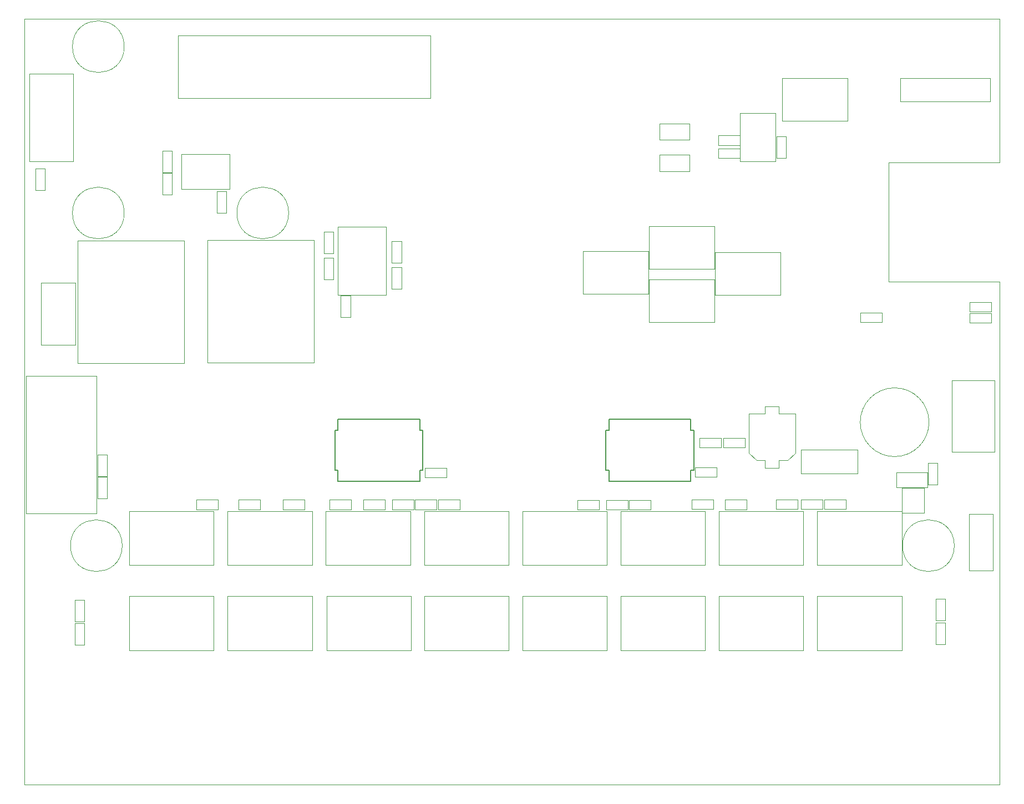
<source format=gbr>
G04 #@! TF.GenerationSoftware,KiCad,Pcbnew,(6.0.6)*
G04 #@! TF.CreationDate,2022-07-22T14:40:10-04:00*
G04 #@! TF.ProjectId,BBB_16,4242425f-3136-42e6-9b69-6361645f7063,v2*
G04 #@! TF.SameCoordinates,Original*
G04 #@! TF.FileFunction,Other,User*
%FSLAX46Y46*%
G04 Gerber Fmt 4.6, Leading zero omitted, Abs format (unit mm)*
G04 Created by KiCad (PCBNEW (6.0.6)) date 2022-07-22 14:40:10*
%MOMM*%
%LPD*%
G01*
G04 APERTURE LIST*
G04 #@! TA.AperFunction,Profile*
%ADD10C,0.050000*%
G04 #@! TD*
%ADD11C,0.050000*%
%ADD12C,0.152400*%
G04 APERTURE END LIST*
D10*
X218967000Y-153599800D02*
X218967000Y-76799800D01*
X70167000Y-36699800D02*
X70167000Y-153615800D01*
X218967000Y-36699800D02*
X70167000Y-36699800D01*
X218967000Y-58599800D02*
X218967000Y-36699800D01*
X202067000Y-58599800D02*
X202067000Y-76799800D01*
X202067000Y-76799800D02*
X218967000Y-76799800D01*
X218967000Y-153599800D02*
X70167000Y-153615800D01*
X218967000Y-58599800D02*
X202067000Y-58599800D01*
D11*
X131242000Y-105219800D02*
X134542000Y-105219800D01*
X134542000Y-106679800D02*
X131242000Y-106679800D01*
X134542000Y-105219800D02*
X134542000Y-106679800D01*
X131242000Y-106679800D02*
X131242000Y-105219800D01*
X99050000Y-124850000D02*
X86150000Y-124850000D01*
X99050000Y-133100000D02*
X99050000Y-124850000D01*
X86150000Y-133100000D02*
X99050000Y-133100000D01*
X86150000Y-124850000D02*
X86150000Y-133100000D01*
X116150000Y-111850000D02*
X116150000Y-120100000D01*
X129050000Y-111850000D02*
X116150000Y-111850000D01*
X116150000Y-120100000D02*
X129050000Y-120100000D01*
X129050000Y-120100000D02*
X129050000Y-111850000D01*
X129164342Y-133100000D02*
X129164342Y-124850000D01*
X116264342Y-133100000D02*
X129164342Y-133100000D01*
X116264342Y-124850000D02*
X116264342Y-133100000D01*
X129164342Y-124850000D02*
X116264342Y-124850000D01*
X131150000Y-111850000D02*
X131150000Y-120100000D01*
X144050000Y-120100000D02*
X144050000Y-111850000D01*
X144050000Y-111850000D02*
X131150000Y-111850000D01*
X131150000Y-120100000D02*
X144050000Y-120100000D01*
X131150000Y-133100000D02*
X144050000Y-133100000D01*
X144050000Y-124850000D02*
X131150000Y-124850000D01*
X144050000Y-133100000D02*
X144050000Y-124850000D01*
X131150000Y-124850000D02*
X131150000Y-133100000D01*
X159050000Y-111850000D02*
X146150000Y-111850000D01*
X159050000Y-120100000D02*
X159050000Y-111850000D01*
X146150000Y-120100000D02*
X159050000Y-120100000D01*
X146150000Y-111850000D02*
X146150000Y-120100000D01*
X159050000Y-133100000D02*
X159050000Y-124850000D01*
X146150000Y-133100000D02*
X159050000Y-133100000D01*
X146150000Y-124850000D02*
X146150000Y-133100000D01*
X159050000Y-124850000D02*
X146150000Y-124850000D01*
X174050000Y-111850000D02*
X161150000Y-111850000D01*
X161150000Y-120100000D02*
X174050000Y-120100000D01*
X174050000Y-120100000D02*
X174050000Y-111850000D01*
X161150000Y-111850000D02*
X161150000Y-120100000D01*
X161150000Y-124850000D02*
X161150000Y-133100000D01*
X161150000Y-133100000D02*
X174050000Y-133100000D01*
X174050000Y-133100000D02*
X174050000Y-124850000D01*
X174050000Y-124850000D02*
X161150000Y-124850000D01*
X189050000Y-120100000D02*
X189050000Y-111850000D01*
X176150000Y-111850000D02*
X176150000Y-120100000D01*
X189050000Y-111850000D02*
X176150000Y-111850000D01*
X176150000Y-120100000D02*
X189050000Y-120100000D01*
X189050000Y-133100000D02*
X189050000Y-124850000D01*
X176150000Y-124850000D02*
X176150000Y-133100000D01*
X176150000Y-133100000D02*
X189050000Y-133100000D01*
X189050000Y-124850000D02*
X176150000Y-124850000D01*
X204050000Y-120100000D02*
X204050000Y-111850000D01*
X191150000Y-111850000D02*
X191150000Y-120100000D01*
X191150000Y-120100000D02*
X204050000Y-120100000D01*
X204050000Y-111850000D02*
X191150000Y-111850000D01*
X191150000Y-124850000D02*
X191150000Y-133100000D01*
X204050000Y-124850000D02*
X191150000Y-124850000D01*
X191150000Y-133100000D02*
X204050000Y-133100000D01*
X204050000Y-133100000D02*
X204050000Y-124850000D01*
X172517000Y-106629800D02*
X172517000Y-105169800D01*
X172517000Y-105169800D02*
X175817000Y-105169800D01*
X175817000Y-106629800D02*
X172517000Y-106629800D01*
X175817000Y-105169800D02*
X175817000Y-106629800D01*
X99050000Y-120100000D02*
X99050000Y-111850000D01*
X86150000Y-120100000D02*
X99050000Y-120100000D01*
X99050000Y-111850000D02*
X86150000Y-111850000D01*
X86150000Y-111850000D02*
X86150000Y-120100000D01*
X101150000Y-111850000D02*
X101150000Y-120100000D01*
X114050000Y-111850000D02*
X101150000Y-111850000D01*
X114050000Y-120100000D02*
X114050000Y-111850000D01*
X101150000Y-120100000D02*
X114050000Y-120100000D01*
X101150000Y-124850000D02*
X101150000Y-133100000D01*
X101150000Y-133100000D02*
X114050000Y-133100000D01*
X114050000Y-124850000D02*
X101150000Y-124850000D01*
X114050000Y-133100000D02*
X114050000Y-124850000D01*
X203267000Y-105899800D02*
X203267000Y-108199800D01*
X207967000Y-108199800D02*
X203267000Y-108199800D01*
X203267000Y-105899800D02*
X207967000Y-105899800D01*
X207967000Y-105899800D02*
X207967000Y-108199800D01*
X91237000Y-60149800D02*
X91237000Y-56849800D01*
X92697000Y-56849800D02*
X92697000Y-60149800D01*
X91237000Y-56849800D02*
X92697000Y-56849800D01*
X92697000Y-60149800D02*
X91237000Y-60149800D01*
X92697000Y-60249800D02*
X92697000Y-63549800D01*
X91237000Y-63549800D02*
X91237000Y-60249800D01*
X92697000Y-63549800D02*
X91237000Y-63549800D01*
X91237000Y-60249800D02*
X92697000Y-60249800D01*
X217567000Y-49299800D02*
X217567000Y-45699800D01*
X217567000Y-45699800D02*
X203817000Y-45699800D01*
X203817000Y-49299800D02*
X217567000Y-49299800D01*
X203817000Y-45699800D02*
X203817000Y-49299800D01*
X85377600Y-66318600D02*
G75*
G03*
X85377600Y-66318600I-3950000J0D01*
G01*
X110477600Y-66318600D02*
G75*
G03*
X110477600Y-66318600I-3950000J0D01*
G01*
X77837000Y-125449800D02*
X79297000Y-125449800D01*
X77837000Y-128749800D02*
X77837000Y-125449800D01*
X79297000Y-125449800D02*
X79297000Y-128749800D01*
X79297000Y-128749800D02*
X77837000Y-128749800D01*
X209237000Y-125249800D02*
X210697000Y-125249800D01*
X210697000Y-128549800D02*
X209237000Y-128549800D01*
X209237000Y-128549800D02*
X209237000Y-125249800D01*
X210697000Y-125249800D02*
X210697000Y-128549800D01*
X85077600Y-117118600D02*
G75*
G03*
X85077600Y-117118600I-3950000J0D01*
G01*
X77837000Y-132249800D02*
X77837000Y-128949800D01*
X77837000Y-128949800D02*
X79297000Y-128949800D01*
X79297000Y-132249800D02*
X77837000Y-132249800D01*
X79297000Y-128949800D02*
X79297000Y-132249800D01*
X210697000Y-128849800D02*
X210697000Y-132149800D01*
X209237000Y-128849800D02*
X210697000Y-128849800D01*
X210697000Y-132149800D02*
X209237000Y-132149800D01*
X209237000Y-132149800D02*
X209237000Y-128849800D01*
X180117000Y-100669800D02*
X180117000Y-102129800D01*
X176817000Y-100669800D02*
X180117000Y-100669800D01*
X176817000Y-102129800D02*
X176817000Y-100669800D01*
X180117000Y-102129800D02*
X176817000Y-102129800D01*
X179327000Y-54489800D02*
X179327000Y-55949800D01*
X176027000Y-54489800D02*
X179327000Y-54489800D01*
X179327000Y-55949800D02*
X176027000Y-55949800D01*
X176027000Y-55949800D02*
X176027000Y-54489800D01*
X99487000Y-63024800D02*
X100947000Y-63024800D01*
X100947000Y-63024800D02*
X100947000Y-66324800D01*
X100947000Y-66324800D02*
X99487000Y-66324800D01*
X99487000Y-66324800D02*
X99487000Y-63024800D01*
X185767000Y-52249800D02*
X195767000Y-52249800D01*
X185767000Y-45749800D02*
X195767000Y-45749800D01*
X195767000Y-52249800D02*
X195767000Y-45749800D01*
X185767000Y-45749800D02*
X185767000Y-52249800D01*
D12*
X158911400Y-105597800D02*
X158911400Y-99501800D01*
X159368600Y-105597800D02*
X158911400Y-105597800D01*
X158911400Y-99501800D02*
X159368600Y-99501800D01*
X159368600Y-99501800D02*
X159368600Y-97838100D01*
X159368600Y-107261500D02*
X159368600Y-105597800D01*
X172322600Y-99501800D02*
X172322600Y-105597800D01*
X171865400Y-97838100D02*
X171865400Y-99501800D01*
X171865400Y-99501800D02*
X172322600Y-99501800D01*
X171865400Y-107261500D02*
X159368600Y-107261500D01*
X159368600Y-97838100D02*
X171865400Y-97838100D01*
X171865400Y-105597800D02*
X171865400Y-107261500D01*
X172322600Y-105597800D02*
X171865400Y-105597800D01*
D11*
X184947000Y-54632300D02*
X186407000Y-54632300D01*
X184947000Y-57932300D02*
X184947000Y-54632300D01*
X186407000Y-57932300D02*
X184947000Y-57932300D01*
X186407000Y-54632300D02*
X186407000Y-57932300D01*
X179327000Y-56469800D02*
X179327000Y-57929800D01*
X176027000Y-57929800D02*
X176027000Y-56469800D01*
X179327000Y-57929800D02*
X176027000Y-57929800D01*
X176027000Y-56469800D02*
X179327000Y-56469800D01*
X179407000Y-51029800D02*
X179407000Y-58429800D01*
X184807000Y-51029800D02*
X179407000Y-51029800D01*
X184807000Y-58429800D02*
X184807000Y-51029800D01*
X179407000Y-58429800D02*
X184807000Y-58429800D01*
D12*
X130515400Y-105597800D02*
X130515400Y-107261500D01*
X118018600Y-105597800D02*
X117561400Y-105597800D01*
X130515400Y-97838100D02*
X130515400Y-99501800D01*
X118018600Y-97838100D02*
X130515400Y-97838100D01*
X117561400Y-99501800D02*
X118018600Y-99501800D01*
X130515400Y-99501800D02*
X130972600Y-99501800D01*
X130972600Y-105597800D02*
X130515400Y-105597800D01*
X117561400Y-105597800D02*
X117561400Y-99501800D01*
X118018600Y-99501800D02*
X118018600Y-97838100D01*
X130972600Y-99501800D02*
X130972600Y-105597800D01*
X130515400Y-107261500D02*
X118018600Y-107261500D01*
X118018600Y-107261500D02*
X118018600Y-105597800D01*
D11*
X94067000Y-57299800D02*
X94067000Y-62699800D01*
X101467000Y-57299800D02*
X94067000Y-57299800D01*
X94067000Y-62699800D02*
X101467000Y-62699800D01*
X101467000Y-62699800D02*
X101467000Y-57299800D01*
X165467000Y-82949800D02*
X175467000Y-82949800D01*
X165467000Y-76449800D02*
X165467000Y-82949800D01*
X165467000Y-76449800D02*
X175467000Y-76449800D01*
X175467000Y-82949800D02*
X175467000Y-76449800D01*
X78249500Y-70529800D02*
X78249500Y-89269800D01*
X94559500Y-89269800D02*
X78249500Y-89269800D01*
X78249500Y-70529800D02*
X94559500Y-70529800D01*
X94559500Y-89269800D02*
X94559500Y-70529800D01*
X167067000Y-52649800D02*
X167067000Y-55149800D01*
X171667000Y-55149800D02*
X167067000Y-55149800D01*
X167067000Y-52649800D02*
X171667000Y-52649800D01*
X171667000Y-55149800D02*
X171667000Y-52649800D01*
X171667000Y-59949800D02*
X171667000Y-57449800D01*
X171667000Y-59949800D02*
X167067000Y-59949800D01*
X167067000Y-57449800D02*
X167067000Y-59949800D01*
X167067000Y-57449800D02*
X171667000Y-57449800D01*
X118437000Y-82249800D02*
X118437000Y-78949800D01*
X118437000Y-78949800D02*
X119897000Y-78949800D01*
X119897000Y-78949800D02*
X119897000Y-82249800D01*
X119897000Y-82249800D02*
X118437000Y-82249800D01*
X114359500Y-89169800D02*
X114359500Y-70429800D01*
X98049500Y-70429800D02*
X98049500Y-89169800D01*
X98049500Y-70429800D02*
X114359500Y-70429800D01*
X114359500Y-89169800D02*
X98049500Y-89169800D01*
X125367000Y-68399800D02*
X117967000Y-68399800D01*
X117967000Y-68399800D02*
X117967000Y-78799800D01*
X125367000Y-78799800D02*
X125367000Y-68399800D01*
X117967000Y-78799800D02*
X125367000Y-78799800D01*
X93577000Y-39249800D02*
X93577000Y-48799800D01*
X93577000Y-48799800D02*
X132157000Y-48799800D01*
X132157000Y-48799800D02*
X132157000Y-39249800D01*
X132157000Y-39249800D02*
X93577000Y-39249800D01*
X165467000Y-68349800D02*
X175467000Y-68349800D01*
X165467000Y-74849800D02*
X175467000Y-74849800D01*
X175467000Y-74849800D02*
X175467000Y-68349800D01*
X165467000Y-68349800D02*
X165467000Y-74849800D01*
X165367000Y-78649800D02*
X165367000Y-72149800D01*
X155367000Y-72149800D02*
X165367000Y-72149800D01*
X155367000Y-78649800D02*
X165367000Y-78649800D01*
X155367000Y-72149800D02*
X155367000Y-78649800D01*
X175567000Y-78849800D02*
X185567000Y-78849800D01*
X175567000Y-72349800D02*
X175567000Y-78849800D01*
X175567000Y-72349800D02*
X185567000Y-72349800D01*
X185567000Y-78849800D02*
X185567000Y-72349800D01*
X212077600Y-117118600D02*
G75*
G03*
X212077600Y-117118600I-3950000J0D01*
G01*
X197292000Y-106099800D02*
X197292000Y-102499800D01*
X197292000Y-102499800D02*
X188642000Y-102499800D01*
X188642000Y-102499800D02*
X188642000Y-106099800D01*
X188642000Y-106099800D02*
X197292000Y-106099800D01*
X211673000Y-102809800D02*
X218267000Y-102809800D01*
X211673000Y-91898800D02*
X211673000Y-102809800D01*
X218267000Y-102809800D02*
X218267000Y-91898800D01*
X218267000Y-91898800D02*
X211673000Y-91898800D01*
X77617000Y-45049800D02*
X70867000Y-45049800D01*
X77617000Y-58449800D02*
X77617000Y-45049800D01*
X70867000Y-58449800D02*
X77617000Y-58449800D01*
X70867000Y-45049800D02*
X70867000Y-58449800D01*
X214367000Y-112299800D02*
X214367000Y-120949800D01*
X217967000Y-112299800D02*
X214367000Y-112299800D01*
X217967000Y-120949800D02*
X217967000Y-112299800D01*
X214367000Y-120949800D02*
X217967000Y-120949800D01*
X81177000Y-91199800D02*
X70367000Y-91199800D01*
X70367000Y-91199800D02*
X70367000Y-112199800D01*
X70367000Y-112199800D02*
X81177000Y-112199800D01*
X81177000Y-112199800D02*
X81177000Y-91199800D01*
X82747000Y-106599800D02*
X82747000Y-109899800D01*
X82747000Y-109899800D02*
X81287000Y-109899800D01*
X81287000Y-106599800D02*
X82747000Y-106599800D01*
X81287000Y-109899800D02*
X81287000Y-106599800D01*
X82747000Y-106499800D02*
X81287000Y-106499800D01*
X81287000Y-103199800D02*
X82747000Y-103199800D01*
X82747000Y-103199800D02*
X82747000Y-106499800D01*
X81287000Y-106499800D02*
X81287000Y-103199800D01*
X77917000Y-76949800D02*
X77917000Y-86449800D01*
X72717000Y-76949800D02*
X77917000Y-76949800D01*
X77917000Y-86449800D02*
X72717000Y-86449800D01*
X72717000Y-86449800D02*
X72717000Y-76949800D01*
X173217000Y-102129800D02*
X173217000Y-100669800D01*
X173217000Y-100669800D02*
X176517000Y-100669800D01*
X176517000Y-102129800D02*
X173217000Y-102129800D01*
X176517000Y-100669800D02*
X176517000Y-102129800D01*
X185317000Y-96999800D02*
X187817000Y-96999800D01*
X180717000Y-102949800D02*
X180717000Y-96999800D01*
X186667000Y-104099800D02*
X187817000Y-102949800D01*
X185317000Y-95849800D02*
X185317000Y-96999800D01*
X185317000Y-105249800D02*
X185317000Y-104099800D01*
X183217000Y-104099800D02*
X183217000Y-105249800D01*
X183217000Y-105249800D02*
X185317000Y-105249800D01*
X183217000Y-96999800D02*
X183217000Y-95849800D01*
X181867000Y-104099800D02*
X180717000Y-102949800D01*
X183217000Y-95849800D02*
X185317000Y-95849800D01*
X180717000Y-96999800D02*
X183217000Y-96999800D01*
X181867000Y-104099800D02*
X183217000Y-104099800D01*
X187817000Y-102949800D02*
X187817000Y-96999800D01*
X185317000Y-104099800D02*
X186667000Y-104099800D01*
X208217000Y-98267477D02*
G75*
G03*
X208217000Y-98267477I-5250000J0D01*
G01*
X73272000Y-62824800D02*
X71812000Y-62824800D01*
X71812000Y-62824800D02*
X71812000Y-59524800D01*
X71812000Y-59524800D02*
X73272000Y-59524800D01*
X73272000Y-59524800D02*
X73272000Y-62824800D01*
X201017000Y-83029800D02*
X197717000Y-83029800D01*
X197717000Y-81569800D02*
X201017000Y-81569800D01*
X197717000Y-83029800D02*
X197717000Y-81569800D01*
X201017000Y-81569800D02*
X201017000Y-83029800D01*
X217742000Y-83054800D02*
X214442000Y-83054800D01*
X214442000Y-81594800D02*
X217742000Y-81594800D01*
X217742000Y-81594800D02*
X217742000Y-83054800D01*
X214442000Y-83054800D02*
X214442000Y-81594800D01*
X214442000Y-81379800D02*
X214442000Y-79919800D01*
X217742000Y-79919800D02*
X217742000Y-81379800D01*
X217742000Y-81379800D02*
X214442000Y-81379800D01*
X214442000Y-79919800D02*
X217742000Y-79919800D01*
X85377600Y-40918600D02*
G75*
G03*
X85377600Y-40918600I-3950000J0D01*
G01*
X175317000Y-110069800D02*
X175317000Y-111529800D01*
X172017000Y-111529800D02*
X172017000Y-110069800D01*
X175317000Y-111529800D02*
X172017000Y-111529800D01*
X172017000Y-110069800D02*
X175317000Y-110069800D01*
X121842000Y-110119800D02*
X125142000Y-110119800D01*
X121842000Y-111579800D02*
X121842000Y-110119800D01*
X125142000Y-111579800D02*
X121842000Y-111579800D01*
X125142000Y-110119800D02*
X125142000Y-111579800D01*
X133017000Y-110119800D02*
X133017000Y-111579800D01*
X129717000Y-111579800D02*
X129717000Y-110119800D01*
X129717000Y-110119800D02*
X133017000Y-110119800D01*
X133017000Y-111579800D02*
X129717000Y-111579800D01*
X99717000Y-111579800D02*
X96417000Y-111579800D01*
X99717000Y-110119800D02*
X99717000Y-111579800D01*
X96417000Y-110119800D02*
X99717000Y-110119800D01*
X96417000Y-111579800D02*
X96417000Y-110119800D01*
X102792000Y-110119800D02*
X106092000Y-110119800D01*
X106092000Y-111579800D02*
X102792000Y-111579800D01*
X106092000Y-110119800D02*
X106092000Y-111579800D01*
X102792000Y-111579800D02*
X102792000Y-110119800D01*
X204117000Y-108279800D02*
X204117000Y-112119800D01*
X204117000Y-112119800D02*
X207517000Y-112119800D01*
X207517000Y-112119800D02*
X207517000Y-108279800D01*
X207517000Y-108279800D02*
X204117000Y-108279800D01*
X120017000Y-111579800D02*
X116717000Y-111579800D01*
X116717000Y-111579800D02*
X116717000Y-110119800D01*
X116717000Y-110119800D02*
X120017000Y-110119800D01*
X120017000Y-110119800D02*
X120017000Y-111579800D01*
X126237000Y-74649800D02*
X127697000Y-74649800D01*
X127697000Y-77949800D02*
X126237000Y-77949800D01*
X127697000Y-74649800D02*
X127697000Y-77949800D01*
X126237000Y-77949800D02*
X126237000Y-74649800D01*
X158967000Y-110169800D02*
X162267000Y-110169800D01*
X162267000Y-111629800D02*
X158967000Y-111629800D01*
X162267000Y-110169800D02*
X162267000Y-111629800D01*
X158967000Y-111629800D02*
X158967000Y-110169800D01*
X133317000Y-110119800D02*
X136617000Y-110119800D01*
X136617000Y-111579800D02*
X133317000Y-111579800D01*
X136617000Y-110119800D02*
X136617000Y-111579800D01*
X133317000Y-111579800D02*
X133317000Y-110119800D01*
X127697000Y-70649800D02*
X127697000Y-73949800D01*
X126237000Y-73949800D02*
X126237000Y-70649800D01*
X127697000Y-73949800D02*
X126237000Y-73949800D01*
X126237000Y-70649800D02*
X127697000Y-70649800D01*
X154567000Y-111629800D02*
X154567000Y-110169800D01*
X157867000Y-110169800D02*
X157867000Y-111629800D01*
X154567000Y-110169800D02*
X157867000Y-110169800D01*
X157867000Y-111629800D02*
X154567000Y-111629800D01*
X109567000Y-111579800D02*
X109567000Y-110119800D01*
X109567000Y-110119800D02*
X112867000Y-110119800D01*
X112867000Y-111579800D02*
X109567000Y-111579800D01*
X112867000Y-110119800D02*
X112867000Y-111579800D01*
X162417000Y-111629800D02*
X162417000Y-110169800D01*
X165717000Y-111629800D02*
X162417000Y-111629800D01*
X165717000Y-110169800D02*
X165717000Y-111629800D01*
X162417000Y-110169800D02*
X165717000Y-110169800D01*
X192217000Y-111529800D02*
X192217000Y-110069800D01*
X195517000Y-110069800D02*
X195517000Y-111529800D01*
X195517000Y-111529800D02*
X192217000Y-111529800D01*
X192217000Y-110069800D02*
X195517000Y-110069800D01*
X209547000Y-104499800D02*
X209547000Y-107799800D01*
X208087000Y-107799800D02*
X208087000Y-104499800D01*
X209547000Y-107799800D02*
X208087000Y-107799800D01*
X208087000Y-104499800D02*
X209547000Y-104499800D01*
X117297000Y-76449800D02*
X115837000Y-76449800D01*
X115837000Y-76449800D02*
X115837000Y-73149800D01*
X115837000Y-73149800D02*
X117297000Y-73149800D01*
X117297000Y-73149800D02*
X117297000Y-76449800D01*
X191967000Y-110069800D02*
X191967000Y-111529800D01*
X188667000Y-110069800D02*
X191967000Y-110069800D01*
X191967000Y-111529800D02*
X188667000Y-111529800D01*
X188667000Y-111529800D02*
X188667000Y-110069800D01*
X115837000Y-69149800D02*
X117297000Y-69149800D01*
X117297000Y-72449800D02*
X115837000Y-72449800D01*
X117297000Y-69149800D02*
X117297000Y-72449800D01*
X115837000Y-72449800D02*
X115837000Y-69149800D01*
X184867000Y-110069800D02*
X188167000Y-110069800D01*
X188167000Y-110069800D02*
X188167000Y-111529800D01*
X184867000Y-111529800D02*
X184867000Y-110069800D01*
X188167000Y-111529800D02*
X184867000Y-111529800D01*
X180417000Y-110119800D02*
X180417000Y-111579800D01*
X177117000Y-111579800D02*
X177117000Y-110119800D01*
X177117000Y-110119800D02*
X180417000Y-110119800D01*
X180417000Y-111579800D02*
X177117000Y-111579800D01*
X129567000Y-110119800D02*
X129567000Y-111579800D01*
X129567000Y-111579800D02*
X126267000Y-111579800D01*
X126267000Y-110119800D02*
X129567000Y-110119800D01*
X126267000Y-111579800D02*
X126267000Y-110119800D01*
M02*

</source>
